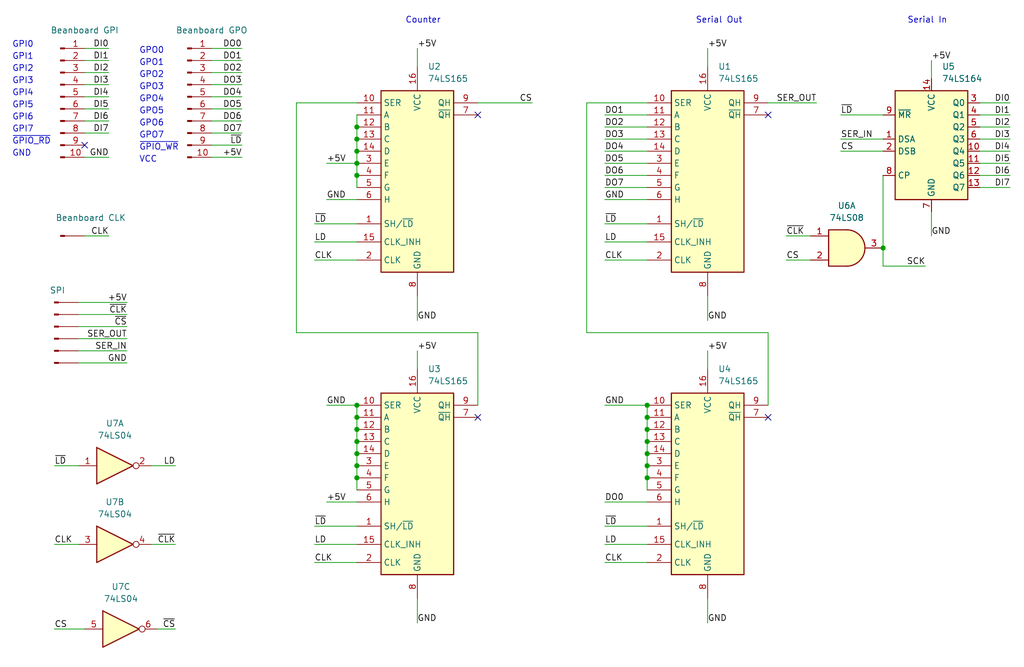
<source format=kicad_sch>
(kicad_sch (version 20230121) (generator eeschema)
  (paper "User" 215.011 140.005)
  (title_block (title "SPI transmit"))
  (lib_symbols
    (symbol "74LS164:74LS164"
      (property "Reference" "U" (at 1.905 -13.97 0))
      (property "Value" "74LS164" (at 1.905 -16.51 0))
      (symbol "74LS164_0_1"
        (rectangle (start 7.62 10.16) (end -7.62 -12.7) (stroke (width 0.254)) (fill (type background)))
      )
      (symbol "74LS164_1_1"
        (pin input line (at -10.16 0 0) (length 2.54) (name "DSA") (number "1"))
        (pin output line (at 10.16 -2.54 180) (length 2.54) (name "Q4") (number "10"))
        (pin output line (at 10.16 -5.08 180) (length 2.54) (name "Q5") (number "11"))
        (pin output line (at 10.16 -7.62 180) (length 2.54) (name "Q6") (number "12"))
        (pin output line (at 10.16 -10.16 180) (length 2.54) (name "Q7") (number "13"))
        (pin power_in line (at 0 12.7 270) (length 2.54) (name "VCC") (number "14"))
        (pin input line (at -10.16 -2.54 0) (length 2.54) (name "DSB") (number "2"))
        (pin output line (at 10.16 7.62 180) (length 2.54) (name "Q0") (number "3"))
        (pin output line (at 10.16 5.08 180) (length 2.54) (name "Q1") (number "4"))
        (pin output line (at 10.16 2.54 180) (length 2.54) (name "Q2") (number "5"))
        (pin output line (at 10.16 0 180) (length 2.54) (name "Q3") (number "6"))
        (pin power_in line (at 0 -15.24 90) (length 2.54) (name "GND") (number "7"))
        (pin input line (at -10.16 -7.62 0) (length 2.54) (name "CP") (number "8"))
        (pin input line (at -10.16 5.08 0) (length 2.54) (name "~{MR}") (number "9"))
      )
    )
    (symbol "74LS165:74LS165"
      (property "Reference" "U" (at -7.62 19.05 0))
      (property "Value" "74LS165" (at -7.62 -21.59 0))
      (symbol "74LS165_1_0"
        (pin input line (at -12.7 -10.16 0) (length 5.08) (name "SH/~{LD}") (number "1"))
        (pin input line (at -12.7 15.24 0) (length 5.08) (name "SER") (number "10"))
        (pin input line (at -12.7 12.7 0) (length 5.08) (name "A") (number "11"))
        (pin input line (at -12.7 10.16 0) (length 5.08) (name "B") (number "12"))
        (pin input line (at -12.7 7.62 0) (length 5.08) (name "C") (number "13"))
        (pin input line (at -12.7 5.08 0) (length 5.08) (name "D") (number "14"))
        (pin input line (at -12.7 -13.97 0) (length 5.08) (name "CLK_INH") (number "15"))
        (pin power_in line (at 0 22.86 270) (length 5.08) (name "VCC") (number "16"))
        (pin input line (at -12.7 -17.78 0) (length 5.08) (name "CLK") (number "2"))
        (pin input line (at -12.7 2.54 0) (length 5.08) (name "E") (number "3"))
        (pin input line (at -12.7 0 0) (length 5.08) (name "F") (number "4"))
        (pin input line (at -12.7 -2.54 0) (length 5.08) (name "G") (number "5"))
        (pin input line (at -12.7 -5.08 0) (length 5.08) (name "H") (number "6"))
        (pin output line (at 12.7 12.7 180) (length 5.08) (name "~{QH}") (number "7"))
        (pin power_in line (at 0 -25.4 90) (length 5.08) (name "GND") (number "8"))
        (pin output line (at 12.7 15.24 180) (length 5.08) (name "QH") (number "9"))
      )
      (symbol "74LS165_1_1"
        (rectangle (start -7.62 17.78) (end 7.62 -20.32) (stroke (width 0.254)) (fill (type background)))
      )
    )
    (symbol "74xx:74LS04"
      (property "Reference" "U" (at 0 1.27 0))
      (property "Value" "74LS04" (at 0 -1.27 0))
      (symbol "74LS04_1_0"
        (polyline (pts (xy -3.81 3.81) (xy -3.81 -3.81) (xy 3.81 0) (xy -3.81 3.81)) (stroke (width 0.254)) (fill (type background)))
        (pin input line (at -7.62 0 0) (length 3.81) (name "~") (number "1"))
        (pin output inverted (at 7.62 0 180) (length 3.81) (name "~") (number "2"))
      )
      (symbol "74LS04_2_0"
        (polyline (pts (xy -3.81 3.81) (xy -3.81 -3.81) (xy 3.81 0) (xy -3.81 3.81)) (stroke (width 0.254)) (fill (type background)))
        (pin input line (at -7.62 0 0) (length 3.81) (name "~") (number "3"))
        (pin output inverted (at 7.62 0 180) (length 3.81) (name "~") (number "4"))
      )
      (symbol "74LS04_3_0"
        (polyline (pts (xy -3.81 3.81) (xy -3.81 -3.81) (xy 3.81 0) (xy -3.81 3.81)) (stroke (width 0.254)) (fill (type background)))
        (pin input line (at -7.62 0 0) (length 3.81) (name "~") (number "5"))
        (pin output inverted (at 7.62 0 180) (length 3.81) (name "~") (number "6"))
      )
      (symbol "74LS04_4_0"
        (polyline (pts (xy -3.81 3.81) (xy -3.81 -3.81) (xy 3.81 0) (xy -3.81 3.81)) (stroke (width 0.254)) (fill (type background)))
        (pin output inverted (at 7.62 0 180) (length 3.81) (name "~") (number "8"))
        (pin input line (at -7.62 0 0) (length 3.81) (name "~") (number "9"))
      )
      (symbol "74LS04_5_0"
        (polyline (pts (xy -3.81 3.81) (xy -3.81 -3.81) (xy 3.81 0) (xy -3.81 3.81)) (stroke (width 0.254)) (fill (type background)))
        (pin output inverted (at 7.62 0 180) (length 3.81) (name "~") (number "10"))
        (pin input line (at -7.62 0 0) (length 3.81) (name "~") (number "11"))
      )
      (symbol "74LS04_6_0"
        (polyline (pts (xy -3.81 3.81) (xy -3.81 -3.81) (xy 3.81 0) (xy -3.81 3.81)) (stroke (width 0.254)) (fill (type background)))
        (pin output inverted (at 7.62 0 180) (length 3.81) (name "~") (number "12"))
        (pin input line (at -7.62 0 0) (length 3.81) (name "~") (number "13"))
      )
      (symbol "74LS04_7_0"
        (pin power_in line (at 0 12.7 270) (length 5.08) (name "VCC") (number "14"))
        (pin power_in line (at 0 -12.7 90) (length 5.08) (name "GND") (number "7"))
      )
      (symbol "74LS04_7_1"
        (rectangle (start -5.08 7.62) (end 5.08 -7.62) (stroke (width 0.254)) (fill (type background)))
      )
    )
    (symbol "74xx:74LS08" (pin_names (offset 1.016))
      (property "Reference" "U" (at 0 1.27 0))
      (property "Value" "74LS08" (at 0 -1.27 0))
      (symbol "74LS08_1_1"
        (arc (start 0 -3.81) (mid 3.7934 0) (end 0 3.81) (stroke (width 0.254)) (fill (type background)))
        (polyline (pts (xy 0 3.81) (xy -3.81 3.81) (xy -3.81 -3.81) (xy 0 -3.81)) (stroke (width 0.254)) (fill (type background)))
        (pin input line (at -7.62 2.54 0) (length 3.81) (name "~") (number "1"))
        (pin input line (at -7.62 -2.54 0) (length 3.81) (name "~") (number "2"))
        (pin output line (at 7.62 0 180) (length 3.81) (name "~") (number "3"))
      )
      (symbol "74LS08_1_2"
        (arc (start -3.81 -3.81) (mid -2.589 0) (end -3.81 3.81) (stroke (width 0.254)))
        (arc (start -0.6096 -3.81) (mid 2.1842 -2.5851) (end 3.81 0) (stroke (width 0.254)) (fill (type background)))
        (polyline (pts (xy -3.81 -3.81) (xy -0.635 -3.81)) (stroke (width 0.254)) (fill (type background)))
        (polyline (pts (xy -3.81 3.81) (xy -0.635 3.81)) (stroke (width 0.254)) (fill (type background)))
        (polyline (pts (xy -0.635 3.81) (xy -3.81 3.81) (xy -3.81 3.81) (xy -3.556 3.4036) (xy -3.0226 2.2606) (xy -2.6924 1.0414) (xy -2.6162 -0.254) (xy -2.7686 -1.4986) (xy -3.175 -2.7178) (xy -3.81 -3.81) (xy -3.81 -3.81) (xy -0.635 -3.81)) (stroke (width -25.4)) (fill (type background)))
        (arc (start 3.81 0) (mid 2.1915 2.5936) (end -0.6096 3.81) (stroke (width 0.254)) (fill (type background)))
        (pin input inverted (at -7.62 2.54 0) (length 4.318) (name "~") (number "1"))
        (pin input inverted (at -7.62 -2.54 0) (length 4.318) (name "~") (number "2"))
        (pin output inverted (at 7.62 0 180) (length 3.81) (name "~") (number "3"))
      )
      (symbol "74LS08_2_1"
        (arc (start 0 -3.81) (mid 3.7934 0) (end 0 3.81) (stroke (width 0.254)) (fill (type background)))
        (polyline (pts (xy 0 3.81) (xy -3.81 3.81) (xy -3.81 -3.81) (xy 0 -3.81)) (stroke (width 0.254)) (fill (type background)))
        (pin input line (at -7.62 2.54 0) (length 3.81) (name "~") (number "4"))
        (pin input line (at -7.62 -2.54 0) (length 3.81) (name "~") (number "5"))
        (pin output line (at 7.62 0 180) (length 3.81) (name "~") (number "6"))
      )
      (symbol "74LS08_2_2"
        (arc (start -3.81 -3.81) (mid -2.589 0) (end -3.81 3.81) (stroke (width 0.254)))
        (arc (start -0.6096 -3.81) (mid 2.1842 -2.5851) (end 3.81 0) (stroke (width 0.254)) (fill (type background)))
        (polyline (pts (xy -3.81 -3.81) (xy -0.635 -3.81)) (stroke (width 0.254)) (fill (type background)))
        (polyline (pts (xy -3.81 3.81) (xy -0.635 3.81)) (stroke (width 0.254)) (fill (type background)))
        (polyline (pts (xy -0.635 3.81) (xy -3.81 3.81) (xy -3.81 3.81) (xy -3.556 3.4036) (xy -3.0226 2.2606) (xy -2.6924 1.0414) (xy -2.6162 -0.254) (xy -2.7686 -1.4986) (xy -3.175 -2.7178) (xy -3.81 -3.81) (xy -3.81 -3.81) (xy -0.635 -3.81)) (stroke (width -25.4)) (fill (type background)))
        (arc (start 3.81 0) (mid 2.1915 2.5936) (end -0.6096 3.81) (stroke (width 0.254)) (fill (type background)))
        (pin input inverted (at -7.62 2.54 0) (length 4.318) (name "~") (number "4"))
        (pin input inverted (at -7.62 -2.54 0) (length 4.318) (name "~") (number "5"))
        (pin output inverted (at 7.62 0 180) (length 3.81) (name "~") (number "6"))
      )
      (symbol "74LS08_3_1"
        (arc (start 0 -3.81) (mid 3.7934 0) (end 0 3.81) (stroke (width 0.254)) (fill (type background)))
        (polyline (pts (xy 0 3.81) (xy -3.81 3.81) (xy -3.81 -3.81) (xy 0 -3.81)) (stroke (width 0.254)) (fill (type background)))
        (pin input line (at -7.62 -2.54 0) (length 3.81) (name "~") (number "10"))
        (pin output line (at 7.62 0 180) (length 3.81) (name "~") (number "8"))
        (pin input line (at -7.62 2.54 0) (length 3.81) (name "~") (number "9"))
      )
      (symbol "74LS08_3_2"
        (arc (start -3.81 -3.81) (mid -2.589 0) (end -3.81 3.81) (stroke (width 0.254)))
        (arc (start -0.6096 -3.81) (mid 2.1842 -2.5851) (end 3.81 0) (stroke (width 0.254)) (fill (type background)))
        (polyline (pts (xy -3.81 -3.81) (xy -0.635 -3.81)) (stroke (width 0.254)) (fill (type background)))
        (polyline (pts (xy -3.81 3.81) (xy -0.635 3.81)) (stroke (width 0.254)) (fill (type background)))
        (polyline (pts (xy -0.635 3.81) (xy -3.81 3.81) (xy -3.81 3.81) (xy -3.556 3.4036) (xy -3.0226 2.2606) (xy -2.6924 1.0414) (xy -2.6162 -0.254) (xy -2.7686 -1.4986) (xy -3.175 -2.7178) (xy -3.81 -3.81) (xy -3.81 -3.81) (xy -0.635 -3.81)) (stroke (width -25.4)) (fill (type background)))
        (arc (start 3.81 0) (mid 2.1915 2.5936) (end -0.6096 3.81) (stroke (width 0.254)) (fill (type background)))
        (pin input inverted (at -7.62 -2.54 0) (length 4.318) (name "~") (number "10"))
        (pin output inverted (at 7.62 0 180) (length 3.81) (name "~") (number "8"))
        (pin input inverted (at -7.62 2.54 0) (length 4.318) (name "~") (number "9"))
      )
      (symbol "74LS08_4_1"
        (arc (start 0 -3.81) (mid 3.7934 0) (end 0 3.81) (stroke (width 0.254)) (fill (type background)))
        (polyline (pts (xy 0 3.81) (xy -3.81 3.81) (xy -3.81 -3.81) (xy 0 -3.81)) (stroke (width 0.254)) (fill (type background)))
        (pin output line (at 7.62 0 180) (length 3.81) (name "~") (number "11"))
        (pin input line (at -7.62 2.54 0) (length 3.81) (name "~") (number "12"))
        (pin input line (at -7.62 -2.54 0) (length 3.81) (name "~") (number "13"))
      )
      (symbol "74LS08_4_2"
        (arc (start -3.81 -3.81) (mid -2.589 0) (end -3.81 3.81) (stroke (width 0.254)))
        (arc (start -0.6096 -3.81) (mid 2.1842 -2.5851) (end 3.81 0) (stroke (width 0.254)) (fill (type background)))
        (polyline (pts (xy -3.81 -3.81) (xy -0.635 -3.81)) (stroke (width 0.254)) (fill (type background)))
        (polyline (pts (xy -3.81 3.81) (xy -0.635 3.81)) (stroke (width 0.254)) (fill (type background)))
        (polyline (pts (xy -0.635 3.81) (xy -3.81 3.81) (xy -3.81 3.81) (xy -3.556 3.4036) (xy -3.0226 2.2606) (xy -2.6924 1.0414) (xy -2.6162 -0.254) (xy -2.7686 -1.4986) (xy -3.175 -2.7178) (xy -3.81 -3.81) (xy -3.81 -3.81) (xy -0.635 -3.81)) (stroke (width -25.4)) (fill (type background)))
        (arc (start 3.81 0) (mid 2.1915 2.5936) (end -0.6096 3.81) (stroke (width 0.254)) (fill (type background)))
        (pin output inverted (at 7.62 0 180) (length 3.81) (name "~") (number "11"))
        (pin input inverted (at -7.62 2.54 0) (length 4.318) (name "~") (number "12"))
        (pin input inverted (at -7.62 -2.54 0) (length 4.318) (name "~") (number "13"))
      )
      (symbol "74LS08_5_0"
        (pin power_in line (at 0 12.7 270) (length 5.08) (name "VCC") (number "14"))
        (pin power_in line (at 0 -12.7 90) (length 5.08) (name "GND") (number "7"))
      )
      (symbol "74LS08_5_1"
        (rectangle (start -5.08 7.62) (end 5.08 -7.62) (stroke (width 0.254)) (fill (type background)))
      )
    )
    (symbol "Conn_01x10_Pin_1" (pin_names (offset 1.016) hide)
      (property "Reference" "J" (at 0 12.7 0))
      (property "Value" "Conn_01x10_Pin" (at 0 -15.24 0))
      (symbol "Conn_01x10_Pin_1_1_1"
        (polyline (pts (xy 1.27 -12.7) (xy 0.8636 -12.7)) (stroke (width 0.1524)))
        (polyline (pts (xy 1.27 -10.16) (xy 0.8636 -10.16)) (stroke (width 0.1524)))
        (polyline (pts (xy 1.27 -7.62) (xy 0.8636 -7.62)) (stroke (width 0.1524)))
        (polyline (pts (xy 1.27 -5.08) (xy 0.8636 -5.08)) (stroke (width 0.1524)))
        (polyline (pts (xy 1.27 -2.54) (xy 0.8636 -2.54)) (stroke (width 0.1524)))
        (polyline (pts (xy 1.27 0) (xy 0.8636 0)) (stroke (width 0.1524)))
        (polyline (pts (xy 1.27 2.54) (xy 0.8636 2.54)) (stroke (width 0.1524)))
        (polyline (pts (xy 1.27 5.08) (xy 0.8636 5.08)) (stroke (width 0.1524)))
        (polyline (pts (xy 1.27 7.62) (xy 0.8636 7.62)) (stroke (width 0.1524)))
        (polyline (pts (xy 1.27 10.16) (xy 0.8636 10.16)) (stroke (width 0.1524)))
        (rectangle (start 0.8636 -12.573) (end 0 -12.827) (stroke (width 0.1524)) (fill (type outline)))
        (rectangle (start 0.8636 -10.033) (end 0 -10.287) (stroke (width 0.1524)) (fill (type outline)))
        (rectangle (start 0.8636 -7.493) (end 0 -7.747) (stroke (width 0.1524)) (fill (type outline)))
        (rectangle (start 0.8636 -4.953) (end 0 -5.207) (stroke (width 0.1524)) (fill (type outline)))
        (rectangle (start 0.8636 -2.413) (end 0 -2.667) (stroke (width 0.1524)) (fill (type outline)))
        (rectangle (start 0.8636 0.127) (end 0 -0.127) (stroke (width 0.1524)) (fill (type outline)))
        (rectangle (start 0.8636 2.667) (end 0 2.413) (stroke (width 0.1524)) (fill (type outline)))
        (rectangle (start 0.8636 5.207) (end 0 4.953) (stroke (width 0.1524)) (fill (type outline)))
        (rectangle (start 0.8636 7.747) (end 0 7.493) (stroke (width 0.1524)) (fill (type outline)))
        (rectangle (start 0.8636 10.287) (end 0 10.033) (stroke (width 0.1524)) (fill (type outline)))
        (pin passive line (at 5.08 10.16 180) (length 3.81) (name "Pin_1") (number "1"))
        (pin passive line (at 5.08 -12.7 180) (length 3.81) (name "Pin_10") (number "10"))
        (pin passive line (at 5.08 7.62 180) (length 3.81) (name "Pin_2") (number "2"))
        (pin passive line (at 5.08 5.08 180) (length 3.81) (name "Pin_3") (number "3"))
        (pin passive line (at 5.08 2.54 180) (length 3.81) (name "Pin_4") (number "4"))
        (pin passive line (at 5.08 0 180) (length 3.81) (name "Pin_5") (number "5"))
        (pin passive line (at 5.08 -2.54 180) (length 3.81) (name "Pin_6") (number "6"))
        (pin passive line (at 5.08 -5.08 180) (length 3.81) (name "Pin_7") (number "7"))
        (pin passive line (at 5.08 -7.62 180) (length 3.81) (name "Pin_8") (number "8"))
        (pin passive line (at 5.08 -10.16 180) (length 3.81) (name "Pin_9") (number "9"))
      )
    )
    (symbol "Connector:Conn_01x01_Pin" (pin_numbers hide) (pin_names (offset 1.016) hide)
      (property "Reference" "J" (at 0 2.54 0))
      (property "Value" "Conn_01x01_Pin" (at 0 -2.54 0))
      (symbol "Conn_01x01_Pin_1_1"
        (polyline (pts (xy 1.27 0) (xy 0.8636 0)) (stroke (width 0.1524)))
        (rectangle (start 0.8636 0.127) (end 0 -0.127) (stroke (width 0.1524)) (fill (type outline)))
        (pin passive line (at 5.08 0 180) (length 3.81) (name "Pin_1") (number "1"))
      )
    )
    (symbol "Connector:Conn_01x06_Pin" (pin_numbers hide) (pin_names (offset 1.016) hide)
      (property "Reference" "J" (at 0 7.62 0))
      (property "Value" "Conn_01x06_Pin" (at 0 -10.16 0))
      (symbol "Conn_01x06_Pin_1_1"
        (polyline (pts (xy 1.27 -7.62) (xy 0.8636 -7.62)) (stroke (width 0.1524)))
        (polyline (pts (xy 1.27 -5.08) (xy 0.8636 -5.08)) (stroke (width 0.1524)))
        (polyline (pts (xy 1.27 -2.54) (xy 0.8636 -2.54)) (stroke (width 0.1524)))
        (polyline (pts (xy 1.27 0) (xy 0.8636 0)) (stroke (width 0.1524)))
        (polyline (pts (xy 1.27 2.54) (xy 0.8636 2.54)) (stroke (width 0.1524)))
        (polyline (pts (xy 1.27 5.08) (xy 0.8636 5.08)) (stroke (width 0.1524)))
        (rectangle (start 0.8636 -7.493) (end 0 -7.747) (stroke (width 0.1524)) (fill (type outline)))
        (rectangle (start 0.8636 -4.953) (end 0 -5.207) (stroke (width 0.1524)) (fill (type outline)))
        (rectangle (start 0.8636 -2.413) (end 0 -2.667) (stroke (width 0.1524)) (fill (type outline)))
        (rectangle (start 0.8636 0.127) (end 0 -0.127) (stroke (width 0.1524)) (fill (type outline)))
        (rectangle (start 0.8636 2.667) (end 0 2.413) (stroke (width 0.1524)) (fill (type outline)))
        (rectangle (start 0.8636 5.207) (end 0 4.953) (stroke (width 0.1524)) (fill (type outline)))
        (pin passive line (at 5.08 5.08 180) (length 3.81) (name "Pin_1") (number "1"))
        (pin passive line (at 5.08 2.54 180) (length 3.81) (name "Pin_2") (number "2"))
        (pin passive line (at 5.08 0 180) (length 3.81) (name "Pin_3") (number "3"))
        (pin passive line (at 5.08 -2.54 180) (length 3.81) (name "Pin_4") (number "4"))
        (pin passive line (at 5.08 -5.08 180) (length 3.81) (name "Pin_5") (number "5"))
        (pin passive line (at 5.08 -7.62 180) (length 3.81) (name "Pin_6") (number "6"))
      )
    )
    (symbol "Connector:Conn_01x10_Pin" (pin_names (offset 1.016) hide)
      (property "Reference" "J" (at 0 12.7 0))
      (property "Value" "Conn_01x10_Pin" (at 0 -15.24 0))
      (symbol "Conn_01x10_Pin_1_1"
        (polyline (pts (xy 1.27 -12.7) (xy 0.8636 -12.7)) (stroke (width 0.1524)))
        (polyline (pts (xy 1.27 -10.16) (xy 0.8636 -10.16)) (stroke (width 0.1524)))
        (polyline (pts (xy 1.27 -7.62) (xy 0.8636 -7.62)) (stroke (width 0.1524)))
        (polyline (pts (xy 1.27 -5.08) (xy 0.8636 -5.08)) (stroke (width 0.1524)))
        (polyline (pts (xy 1.27 -2.54) (xy 0.8636 -2.54)) (stroke (width 0.1524)))
        (polyline (pts (xy 1.27 0) (xy 0.8636 0)) (stroke (width 0.1524)))
        (polyline (pts (xy 1.27 2.54) (xy 0.8636 2.54)) (stroke (width 0.1524)))
        (polyline (pts (xy 1.27 5.08) (xy 0.8636 5.08)) (stroke (width 0.1524)))
        (polyline (pts (xy 1.27 7.62) (xy 0.8636 7.62)) (stroke (width 0.1524)))
        (polyline (pts (xy 1.27 10.16) (xy 0.8636 10.16)) (stroke (width 0.1524)))
        (rectangle (start 0.8636 -12.573) (end 0 -12.827) (stroke (width 0.1524)) (fill (type outline)))
        (rectangle (start 0.8636 -10.033) (end 0 -10.287) (stroke (width 0.1524)) (fill (type outline)))
        (rectangle (start 0.8636 -7.493) (end 0 -7.747) (stroke (width 0.1524)) (fill (type outline)))
        (rectangle (start 0.8636 -4.953) (end 0 -5.207) (stroke (width 0.1524)) (fill (type outline)))
        (rectangle (start 0.8636 -2.413) (end 0 -2.667) (stroke (width 0.1524)) (fill (type outline)))
        (rectangle (start 0.8636 0.127) (end 0 -0.127) (stroke (width 0.1524)) (fill (type outline)))
        (rectangle (start 0.8636 2.667) (end 0 2.413) (stroke (width 0.1524)) (fill (type outline)))
        (rectangle (start 0.8636 5.207) (end 0 4.953) (stroke (width 0.1524)) (fill (type outline)))
        (rectangle (start 0.8636 7.747) (end 0 7.493) (stroke (width 0.1524)) (fill (type outline)))
        (rectangle (start 0.8636 10.287) (end 0 10.033) (stroke (width 0.1524)) (fill (type outline)))
        (pin passive line (at 5.08 10.16 180) (length 3.81) (name "Pin_1") (number "1"))
        (pin passive line (at 5.08 -12.7 180) (length 3.81) (name "Pin_10") (number "10"))
        (pin passive line (at 5.08 7.62 180) (length 3.81) (name "Pin_2") (number "2"))
        (pin passive line (at 5.08 5.08 180) (length 3.81) (name "Pin_3") (number "3"))
        (pin passive line (at 5.08 2.54 180) (length 3.81) (name "Pin_4") (number "4"))
        (pin passive line (at 5.08 0 180) (length 3.81) (name "Pin_5") (number "5"))
        (pin passive line (at 5.08 -2.54 180) (length 3.81) (name "Pin_6") (number "6"))
        (pin passive line (at 5.08 -5.08 180) (length 3.81) (name "Pin_7") (number "7"))
        (pin passive line (at 5.08 -7.62 180) (length 3.81) (name "Pin_8") (number "8"))
        (pin passive line (at 5.08 -10.16 180) (length 3.81) (name "Pin_9") (number "9"))
      )
    )
  )
  (junction (at 74.93 90.17))
  (junction (at 135.89 97.79))
  (junction (at 74.93 97.79))
  (junction (at 135.89 85.09))
  (junction (at 135.89 90.17))
  (junction (at 74.93 87.63))
  (junction (at 135.89 87.63))
  (junction (at 74.93 36.83))
  (junction (at 74.93 26.67))
  (junction (at 74.93 95.25))
  (junction (at 135.89 92.71))
  (junction (at 74.93 34.29))
  (junction (at 74.93 29.21))
  (junction (at 74.93 31.75))
  (junction (at 135.89 95.25))
  (junction (at 135.89 100.33))
  (junction (at 74.93 100.33))
  (junction (at 185.42 52.07))
  (junction (at 74.93 92.71))
  (junction (at 74.93 85.09))
  (no_connect (at 161.29 24.13))
  (no_connect (at 100.33 87.63))
  (no_connect (at 100.33 24.13))
  (no_connect (at 17.78 30.48))
  (no_connect (at 161.29 87.63))
  (wire (pts (xy 205.74 39.37) (xy 212.09 39.37)))
  (wire (pts (xy 17.78 12.7) (xy 22.86 12.7)))
  (wire (pts (xy 68.58 41.91) (xy 74.93 41.91)))
  (wire (pts (xy 66.04 50.8) (xy 74.93 50.8)))
  (wire (pts (xy 50.8 12.7) (xy 44.45 12.7)))
  (wire (pts (xy 148.59 130.81) (xy 148.59 125.73)))
  (wire (pts (xy 205.74 26.67) (xy 212.09 26.67)))
  (wire (pts (xy 127 54.61) (xy 135.89 54.61)))
  (wire (pts (xy 87.63 130.81) (xy 87.63 125.73)))
  (wire (pts (xy 205.74 29.21) (xy 212.09 29.21)))
  (wire (pts (xy 31.75 114.3) (xy 36.83 114.3)))
  (wire (pts (xy 74.93 90.17) (xy 74.93 92.71)))
  (wire (pts (xy 74.93 92.71) (xy 74.93 95.25)))
  (wire (pts (xy 161.29 85.09) (xy 161.29 69.85)))
  (wire (pts (xy 127 34.29) (xy 135.89 34.29)))
  (wire (pts (xy 74.93 95.25) (xy 74.93 97.79)))
  (wire (pts (xy 161.29 21.59) (xy 171.45 21.59)))
  (wire (pts (xy 68.58 34.29) (xy 74.93 34.29)))
  (wire (pts (xy 74.93 24.13) (xy 74.93 26.67)))
  (wire (pts (xy 135.89 92.71) (xy 135.89 95.25)))
  (wire (pts (xy 66.04 114.3) (xy 74.93 114.3)))
  (wire (pts (xy 74.93 87.63) (xy 74.93 90.17)))
  (wire (pts (xy 176.53 31.75) (xy 185.42 31.75)))
  (wire (pts (xy 74.93 26.67) (xy 74.93 29.21)))
  (wire (pts (xy 17.78 25.4) (xy 22.86 25.4)))
  (wire (pts (xy 185.42 55.88) (xy 194.31 55.88)))
  (wire (pts (xy 161.29 69.85) (xy 123.19 69.85)))
  (wire (pts (xy 123.19 69.85) (xy 123.19 21.59)))
  (wire (pts (xy 127 46.99) (xy 135.89 46.99)))
  (wire (pts (xy 44.45 33.02) (xy 50.8 33.02)))
  (wire (pts (xy 11.43 132.08) (xy 17.78 132.08)))
  (wire (pts (xy 127 118.11) (xy 135.89 118.11)))
  (wire (pts (xy 17.78 49.53) (xy 22.86 49.53)))
  (wire (pts (xy 127 105.41) (xy 135.89 105.41)))
  (wire (pts (xy 62.23 21.59) (xy 74.93 21.59)))
  (wire (pts (xy 50.8 10.16) (xy 44.45 10.16)))
  (wire (pts (xy 127 41.91) (xy 135.89 41.91)))
  (wire (pts (xy 127 24.13) (xy 135.89 24.13)))
  (wire (pts (xy 127 26.67) (xy 135.89 26.67)))
  (wire (pts (xy 50.8 22.86) (xy 44.45 22.86)))
  (wire (pts (xy 127 50.8) (xy 135.89 50.8)))
  (wire (pts (xy 205.74 34.29) (xy 212.09 34.29)))
  (wire (pts (xy 74.93 34.29) (xy 74.93 36.83)))
  (wire (pts (xy 87.63 67.31) (xy 87.63 62.23)))
  (wire (pts (xy 176.53 29.21) (xy 185.42 29.21)))
  (wire (pts (xy 127 39.37) (xy 135.89 39.37)))
  (wire (pts (xy 135.89 97.79) (xy 135.89 100.33)))
  (wire (pts (xy 100.33 21.59) (xy 111.76 21.59)))
  (wire (pts (xy 50.8 30.48) (xy 44.45 30.48)))
  (wire (pts (xy 31.75 97.79) (xy 36.83 97.79)))
  (wire (pts (xy 205.74 21.59) (xy 212.09 21.59)))
  (wire (pts (xy 17.78 27.94) (xy 22.86 27.94)))
  (wire (pts (xy 50.8 17.78) (xy 44.45 17.78)))
  (wire (pts (xy 100.33 85.09) (xy 100.33 69.85)))
  (wire (pts (xy 176.53 24.13) (xy 185.42 24.13)))
  (wire (pts (xy 165.1 49.53) (xy 170.18 49.53)))
  (wire (pts (xy 185.42 36.83) (xy 185.42 52.07)))
  (wire (pts (xy 66.04 110.49) (xy 74.93 110.49)))
  (wire (pts (xy 205.74 36.83) (xy 212.09 36.83)))
  (wire (pts (xy 74.93 54.61) (xy 66.04 54.61)))
  (wire (pts (xy 205.74 24.13) (xy 212.09 24.13)))
  (wire (pts (xy 17.78 15.24) (xy 22.86 15.24)))
  (wire (pts (xy 135.89 85.09) (xy 135.89 87.63)))
  (wire (pts (xy 127 29.21) (xy 135.89 29.21)))
  (wire (pts (xy 148.59 73.66) (xy 148.59 77.47)))
  (wire (pts (xy 50.8 25.4) (xy 44.45 25.4)))
  (wire (pts (xy 135.89 90.17) (xy 135.89 92.71)))
  (wire (pts (xy 74.93 85.09) (xy 74.93 87.63)))
  (wire (pts (xy 165.1 54.61) (xy 170.18 54.61)))
  (wire (pts (xy 68.58 105.41) (xy 74.93 105.41)))
  (wire (pts (xy 74.93 118.11) (xy 66.04 118.11)))
  (wire (pts (xy 100.33 69.85) (xy 62.23 69.85)))
  (wire (pts (xy 74.93 100.33) (xy 74.93 102.87)))
  (wire (pts (xy 62.23 69.85) (xy 62.23 21.59)))
  (wire (pts (xy 66.04 46.99) (xy 74.93 46.99)))
  (wire (pts (xy 148.59 67.31) (xy 148.59 62.23)))
  (wire (pts (xy 68.58 85.09) (xy 74.93 85.09)))
  (wire (pts (xy 127 85.09) (xy 135.89 85.09)))
  (wire (pts (xy 17.78 33.02) (xy 22.86 33.02)))
  (wire (pts (xy 185.42 55.88) (xy 185.42 52.07)))
  (wire (pts (xy 74.93 97.79) (xy 74.93 100.33)))
  (wire (pts (xy 135.89 87.63) (xy 135.89 90.17)))
  (wire (pts (xy 33.02 132.08) (xy 36.83 132.08)))
  (wire (pts (xy 135.89 100.33) (xy 135.89 102.87)))
  (wire (pts (xy 87.63 73.66) (xy 87.63 77.47)))
  (wire (pts (xy 195.58 49.53) (xy 195.58 44.45)))
  (wire (pts (xy 11.43 114.3) (xy 16.51 114.3)))
  (wire (pts (xy 17.78 10.16) (xy 22.86 10.16)))
  (wire (pts (xy 74.93 29.21) (xy 74.93 31.75)))
  (wire (pts (xy 16.51 66.04) (xy 26.67 66.04)))
  (wire (pts (xy 74.93 31.75) (xy 74.93 34.29)))
  (wire (pts (xy 16.51 71.12) (xy 26.67 71.12)))
  (wire (pts (xy 87.63 10.16) (xy 87.63 13.97)))
  (wire (pts (xy 16.51 68.58) (xy 26.67 68.58)))
  (wire (pts (xy 11.43 97.79) (xy 16.51 97.79)))
  (wire (pts (xy 16.51 73.66) (xy 26.67 73.66)))
  (wire (pts (xy 50.8 15.24) (xy 44.45 15.24)))
  (wire (pts (xy 17.78 20.32) (xy 22.86 20.32)))
  (wire (pts (xy 50.8 20.32) (xy 44.45 20.32)))
  (wire (pts (xy 195.58 12.7) (xy 195.58 16.51)))
  (wire (pts (xy 17.78 22.86) (xy 22.86 22.86)))
  (wire (pts (xy 74.93 36.83) (xy 74.93 39.37)))
  (wire (pts (xy 135.89 95.25) (xy 135.89 97.79)))
  (wire (pts (xy 50.8 27.94) (xy 44.45 27.94)))
  (wire (pts (xy 17.78 17.78) (xy 22.86 17.78)))
  (wire (pts (xy 148.59 10.16) (xy 148.59 13.97)))
  (wire (pts (xy 127 31.75) (xy 135.89 31.75)))
  (wire (pts (xy 16.51 63.5) (xy 26.67 63.5)))
  (wire (pts (xy 16.51 76.2) (xy 26.67 76.2)))
  (wire (pts (xy 127 110.49) (xy 135.89 110.49)))
  (wire (pts (xy 205.74 31.75) (xy 212.09 31.75)))
  (wire (pts (xy 127 36.83) (xy 135.89 36.83)))
  (wire (pts (xy 127 114.3) (xy 135.89 114.3)))
  (wire (pts (xy 123.19 21.59) (xy 135.89 21.59)))
  (text "Serial In" (at 190.5 5.08 0) (effects (font (size 1.27 1.27)) (justify left bottom)))
  (text "GND" (at 2.54 33.02 0) (effects (font (size 1.27 1.27)) (justify left bottom)))
  (text "~{GPIO_RD}" (at 2.54 30.48 0) (effects (font (size 1.27 1.27)) (justify left bottom)))
  (text "GPO5" (at 29.21 24.13 0) (effects (font (size 1.27 1.27)) (justify left bottom)))
  (text "~{GPIO_WR}" (at 29.21 31.75 0) (effects (font (size 1.27 1.27)) (justify left bottom)))
  (text "GPO3" (at 29.21 19.05 0) (effects (font (size 1.27 1.27)) (justify left bottom)))
  (text "GPO6" (at 29.21 26.67 0) (effects (font (size 1.27 1.27)) (justify left bottom)))
  (text "GPO1" (at 29.21 13.97 0) (effects (font (size 1.27 1.27)) (justify left bottom)))
  (text "GPO7" (at 29.21 29.21 0) (effects (font (size 1.27 1.27)) (justify left bottom)))
  (text "GPI6" (at 2.54 25.4 0) (effects (font (size 1.27 1.27)) (justify left bottom)))
  (text "GPI1" (at 2.54 12.7 0) (effects (font (size 1.27 1.27)) (justify left bottom)))
  (text "GPO4" (at 29.21 21.59 0) (effects (font (size 1.27 1.27)) (justify left bottom)))
  (text "Serial Out" (at 146.05 5.08 0) (effects (font (size 1.27 1.27)) (justify left bottom)))
  (text "GPI7" (at 2.54 27.94 0) (effects (font (size 1.27 1.27)) (justify left bottom)))
  (text "GPO0" (at 29.21 11.43 0) (effects (font (size 1.27 1.27)) (justify left bottom)))
  (text "GPI4" (at 2.54 20.32 0) (effects (font (size 1.27 1.27)) (justify left bottom)))
  (text "GPI2" (at 2.54 15.24 0) (effects (font (size 1.27 1.27)) (justify left bottom)))
  (text "GPO2" (at 29.21 16.51 0) (effects (font (size 1.27 1.27)) (justify left bottom)))
  (text "GPI3" (at 2.54 17.78 0) (effects (font (size 1.27 1.27)) (justify left bottom)))
  (text "GPI5" (at 2.54 22.86 0) (effects (font (size 1.27 1.27)) (justify left bottom)))
  (text "Counter" (at 85.09 5.08 0) (effects (font (size 1.27 1.27)) (justify left bottom)))
  (text "VCC" (at 29.21 34.29 0) (effects (font (size 1.27 1.27)) (justify left bottom)))
  (text "GPI0" (at 2.54 10.16 0) (effects (font (size 1.27 1.27)) (justify left bottom)))
  (label "DO2" (at 50.8 15.24 180))
  (label "CLK" (at 127 118.11 0))
  (label "CLK" (at 66.04 54.61 0))
  (label "DI6" (at 22.86 25.4 180))
  (label "GND" (at 148.59 67.31 0))
  (label "SCK" (at 194.31 55.88 180))
  (label "DO0" (at 127 105.41 0))
  (label "~{LD}" (at 127 46.99 0))
  (label "+5V" (at 87.63 73.66 0))
  (label "GND" (at 87.63 130.81 0))
  (label "DO4" (at 50.8 20.32 180))
  (label "DO0" (at 50.8 10.16 180))
  (label "DI0" (at 212.09 21.59 180))
  (label "DI7" (at 212.09 39.37 180))
  (label "~{LD}" (at 66.04 46.99 0))
  (label "CS" (at 165.1 54.61 0))
  (label "~{LD}" (at 11.43 97.79 0))
  (label "DO1" (at 50.8 12.7 180))
  (label "DI5" (at 22.86 22.86 180))
  (label "DI0" (at 22.86 10.16 180))
  (label "~{CS}" (at 36.83 132.08 180))
  (label "+5V" (at 195.58 12.7 0))
  (label "GND" (at 22.86 33.02 180))
  (label "CLK" (at 66.04 118.11 0))
  (label "DI4" (at 212.09 31.75 180))
  (label "CLK" (at 11.43 114.3 0))
  (label "LD" (at 36.83 97.79 180))
  (label "GND" (at 195.58 49.53 0))
  (label "GND" (at 68.58 85.09 0))
  (label "DO4" (at 127 31.75 0))
  (label "GND" (at 127 41.91 0))
  (label "DI5" (at 212.09 34.29 180))
  (label "LD" (at 66.04 50.8 0))
  (label "DO7" (at 127 39.37 0))
  (label "DI4" (at 22.86 20.32 180))
  (label "DI6" (at 212.09 36.83 180))
  (label "+5V" (at 68.58 34.29 0))
  (label "DO5" (at 50.8 22.86 180))
  (label "GND" (at 87.63 67.31 0))
  (label "+5V" (at 68.58 105.41 0))
  (label "+5V" (at 148.59 10.16 0))
  (label "LD" (at 127 114.3 0))
  (label "DO6" (at 50.8 25.4 180))
  (label "SER_OUT" (at 171.45 21.59 180))
  (label "DO2" (at 127 26.67 0))
  (label "SER_IN" (at 26.67 73.66 180))
  (label "+5V" (at 50.8 33.02 180))
  (label "~{CLK}" (at 26.67 66.04 180))
  (label "DO6" (at 127 36.83 0))
  (label "SER_OUT" (at 26.67 71.12 180))
  (label "~{LD}" (at 50.8 30.48 180))
  (label "GND" (at 68.58 41.91 0))
  (label "CS" (at 111.76 21.59 180))
  (label "DO7" (at 50.8 27.94 180))
  (label "DI3" (at 22.86 17.78 180))
  (label "DI1" (at 22.86 12.7 180))
  (label "DO1" (at 127 24.13 0))
  (label "+5V" (at 148.59 73.66 0))
  (label "LD" (at 127 50.8 0))
  (label "GND" (at 127 85.09 0))
  (label "DO5" (at 127 34.29 0))
  (label "DO3" (at 50.8 17.78 180))
  (label "CS" (at 11.43 132.08 0))
  (label "+5V" (at 26.67 63.5 180))
  (label "~{CLK}" (at 36.83 114.3 180))
  (label "~{LD}" (at 127 110.49 0))
  (label "GND" (at 148.59 130.81 0))
  (label "+5V" (at 87.63 10.16 0))
  (label "CLK" (at 22.86 49.53 180))
  (label "~{LD}" (at 66.04 110.49 0))
  (label "SER_IN" (at 176.53 29.21 0))
  (label "DI2" (at 212.09 26.67 180))
  (label "DI7" (at 22.86 27.94 180))
  (label "~{CLK}" (at 165.1 49.53 0))
  (label "~{CS}" (at 26.67 68.58 180))
  (label "~{LD}" (at 176.53 24.13 0))
  (label "CS" (at 176.53 31.75 0))
  (label "CLK" (at 127 54.61 0))
  (label "GND" (at 26.67 76.2 180))
  (label "DI3" (at 212.09 29.21 180))
  (label "DI1" (at 212.09 24.13 180))
  (label "LD" (at 66.04 114.3 0))
  (label "DI2" (at 22.86 15.24 180))
  (label "DO3" (at 127 29.21 0))
  (symbol (lib_id "74LS165:74LS165") (at 148.59 100.33 0) (unit 1)
    (property "Reference" "U4" (at 150.7841 77.47 0) (effects (justify left)))
    (property "Value" "74LS165" (at 150.7841 80.01 0) (effects (justify left)))
    (property "Datasheet" "https://www.ti.com/lit/ds/symlink/sn74ls165a.pdf" (effects hide))
  )
  (symbol (lib_id "74LS164:74LS164") (at 195.58 29.21 0) (unit 1)
    (property "Reference" "U5" (at 197.7741 13.97 0) (effects (justify left)))
    (property "Value" "74LS164" (at 197.7741 16.51 0) (effects (justify left)))
    (property "Datasheet" "https://assets.nexperia.com/documents/data-sheet/74HC_HCT164.pdf" (effects hide))
  )
  (symbol (lib_id "74xx:74LS08") (at 265.43 30.48 0) (unit 3)
    (property "Reference" "U6" (at 265.4217 21.59 0))
    (property "Value" "74LS08" (at 265.4217 24.13 0))
    (property "Datasheet" "http://www.ti.com/lit/gpn/sn74LS08" (effects hide))
  )
  (symbol (lib_id "74xx:74LS04") (at -27.94 114.3 0) (unit 7)
    (property "Reference" "U7" (at -20.32 113.03 0) (effects (justify left)))
    (property "Value" "74LS04" (at -20.32 115.57 0) (effects (justify left)))
    (property "Datasheet" "http://www.ti.com/lit/gpn/sn74LS04" (effects hide))
  )
  (symbol (lib_id "74LS165:74LS165") (at 148.59 36.83 0) (unit 1)
    (property "Reference" "U1" (at 150.7841 13.97 0) (effects (justify left)))
    (property "Value" "74LS165" (at 150.7841 16.51 0) (effects (justify left)))
    (property "Datasheet" "https://www.ti.com/lit/ds/symlink/sn74ls165a.pdf" (effects hide))
  )
  (symbol (lib_id "74xx:74LS04") (at 24.13 114.3 0) (unit 2)
    (property "Reference" "U7" (at 24.13 105.41 0))
    (property "Value" "74LS04" (at 24.13 107.95 0))
    (property "Datasheet" "http://www.ti.com/lit/gpn/sn74LS04" (effects hide))
  )
  (symbol (lib_id "74xx:74LS08") (at 177.8 52.07 0) (unit 1)
    (property "Reference" "U6" (at 177.7917 43.18 0))
    (property "Value" "74LS08" (at 177.7917 45.72 0))
    (property "Datasheet" "http://www.ti.com/lit/gpn/sn74LS08" (effects hide))
  )
  (symbol (lib_id "74xx:74LS08") (at 243.84 46.99 0) (unit 4)
    (property "Reference" "U6" (at 243.8317 38.1 0))
    (property "Value" "74LS08" (at 243.8317 40.64 0))
    (property "Datasheet" "http://www.ti.com/lit/gpn/sn74LS08" (effects hide))
  )
  (symbol (lib_id "74xx:74LS08") (at 262.89 50.8 0) (unit 5)
    (property "Reference" "U6" (at 269.24 49.53 0) (effects (justify left)))
    (property "Value" "74LS08" (at 269.24 52.07 0) (effects (justify left)))
    (property "Datasheet" "http://www.ti.com/lit/gpn/sn74LS08" (effects hide))
  )
  (symbol (lib_id "74xx:74LS04") (at -57.15 91.44 0) (unit 4)
    (property "Reference" "U7" (at -57.15 82.55 0))
    (property "Value" "74LS04" (at -57.15 85.09 0))
    (property "Datasheet" "http://www.ti.com/lit/gpn/sn74LS04" (effects hide))
  )
  (symbol (lib_id "74xx:74LS04") (at 25.4 132.08 0) (unit 3)
    (property "Reference" "U7" (at 25.4 123.19 0))
    (property "Value" "74LS04" (at 25.4 125.73 0))
    (property "Datasheet" "http://www.ti.com/lit/gpn/sn74LS04" (effects hide))
  )
  (symbol (lib_id "74LS165:74LS165") (at 87.63 100.33 0) (unit 1)
    (property "Reference" "U3" (at 89.8241 77.47 0) (effects (justify left)))
    (property "Value" "74LS165" (at 89.8241 80.01 0) (effects (justify left)))
    (property "Datasheet" "https://www.ti.com/lit/ds/symlink/sn74ls165a.pdf" (effects hide))
  )
  (symbol (lib_id "74xx:74LS04") (at 24.13 97.79 0) (unit 1)
    (property "Reference" "U7" (at 24.13 88.9 0))
    (property "Value" "74LS04" (at 24.13 91.44 0))
    (property "Datasheet" "http://www.ti.com/lit/gpn/sn74LS04" (effects hide))
  )
  (symbol (lib_id "Connector:Conn_01x10_Pin") (at 39.37 20.32 0) (unit 1)
    (property "Reference" "J2" (effects hide))
    (property "Value" "Beanboard GPO" (at 44.45 6.35 0))
  )
  (symbol (lib_id "74xx:74LS04") (at -59.69 116.84 0) (unit 6)
    (property "Reference" "U7" (at -59.69 107.95 0))
    (property "Value" "74LS04" (at -59.69 110.49 0))
    (property "Datasheet" "http://www.ti.com/lit/gpn/sn74LS04" (effects hide))
  )
  (symbol (lib_id "Connector:Conn_01x06_Pin") (at 11.43 68.58 0) (unit 1)
    (property "Reference" "J5" (effects hide))
    (property "Value" "SPI" (at 12.065 60.96 0))
  )
  (symbol (lib_id "74LS165:74LS165") (at 87.63 36.83 0) (unit 1)
    (property "Reference" "U2" (at 89.8241 13.97 0) (effects (justify left)))
    (property "Value" "74LS165" (at 89.8241 16.51 0) (effects (justify left)))
    (property "Datasheet" "https://www.ti.com/lit/ds/symlink/sn74ls165a.pdf" (effects hide))
  )
  (symbol (lib_name "Conn_01x10_Pin_1") (lib_id "Connector:Conn_01x10_Pin") (at 12.7 20.32 0) (unit 1)
    (property "Reference" "J1" (effects hide))
    (property "Value" "Beanboard GPI" (at 17.78 6.35 0))
  )
  (symbol (lib_id "74xx:74LS08") (at 246.38 29.21 0) (unit 2)
    (property "Reference" "U6" (at 246.3717 20.32 0))
    (property "Value" "74LS08" (at 246.3717 22.86 0))
    (property "Datasheet" "http://www.ti.com/lit/gpn/sn74LS08" (effects hide))
  )
  (symbol (lib_id "Connector:Conn_01x01_Pin") (at 12.7 49.53 0) (unit 1)
    (property "Reference" "J4" (effects hide))
    (property "Value" "Beanboard CLK" (at 19.05 45.72 0))
  )
  (symbol (lib_id "74xx:74LS04") (at -27.94 88.9 0) (unit 5)
    (property "Reference" "U7" (at -27.94 80.01 0))
    (property "Value" "74LS04" (at -27.94 82.55 0))
    (property "Datasheet" "http://www.ti.com/lit/gpn/sn74LS04" (effects hide))
  )
)
</source>
